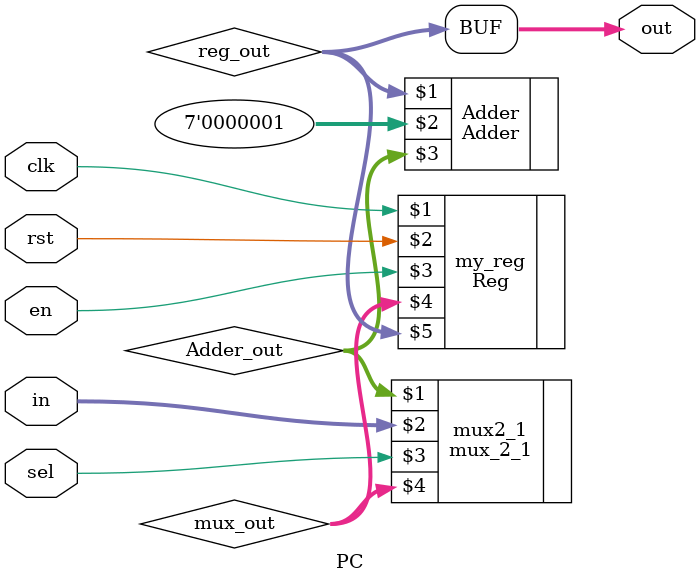
<source format=v>
module PC(clk, rst, en, in, sel, out);
    input clk, rst, en;
    input[6:0] in;
    input sel;
    output[6:0] out;

    wire[6:0] Adder_out, mux_out, reg_out;
    Adder #(7) Adder(reg_out, 7'b0000001, Adder_out);
    mux_2_1 #(7) mux2_1(Adder_out, in, sel, mux_out);
    Reg #(7) my_reg(clk, rst, en, mux_out, reg_out);

    assign out = reg_out;
endmodule

</source>
